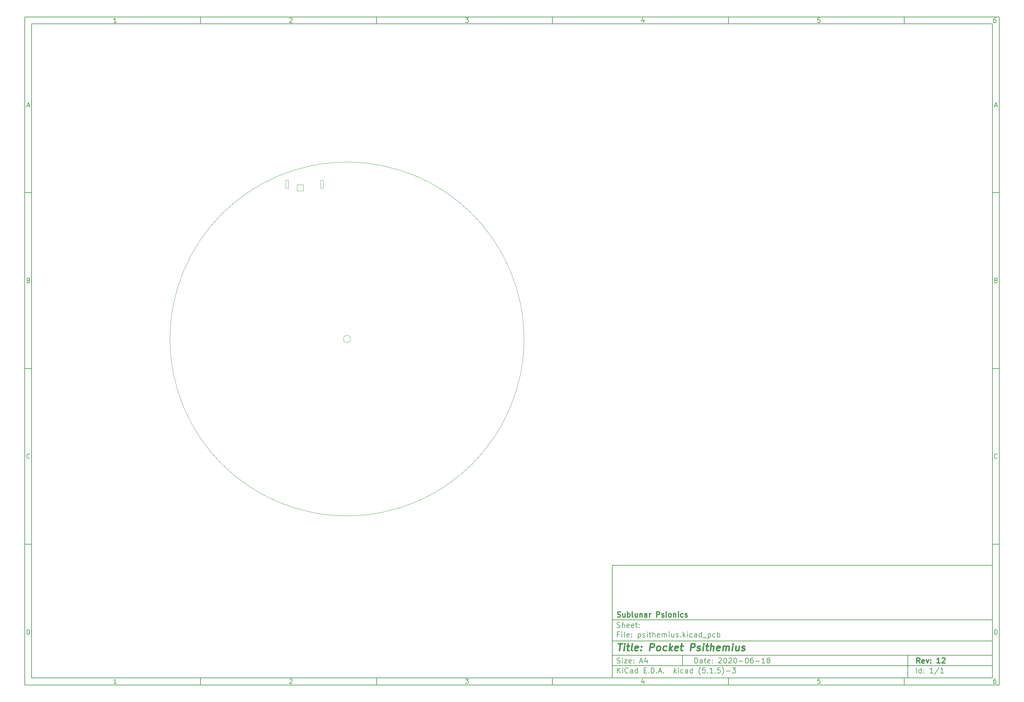
<source format=gbr>
G04 #@! TF.GenerationSoftware,KiCad,Pcbnew,(5.1.5)-3*
G04 #@! TF.CreationDate,2020-06-18T20:32:11+02:00*
G04 #@! TF.ProjectId,psithemius,70736974-6865-46d6-9975-732e6b696361,12*
G04 #@! TF.SameCoordinates,Original*
G04 #@! TF.FileFunction,Profile,NP*
%FSLAX46Y46*%
G04 Gerber Fmt 4.6, Leading zero omitted, Abs format (unit mm)*
G04 Created by KiCad (PCBNEW (5.1.5)-3) date 2020-06-18 20:32:11*
%MOMM*%
%LPD*%
G04 APERTURE LIST*
%ADD10C,0.100000*%
%ADD11C,0.150000*%
%ADD12C,0.300000*%
%ADD13C,0.400000*%
%ADD14C,0.050000*%
G04 APERTURE END LIST*
D10*
D11*
X177002200Y-166007200D02*
X177002200Y-198007200D01*
X285002200Y-198007200D01*
X285002200Y-166007200D01*
X177002200Y-166007200D01*
D10*
D11*
X10000000Y-10000000D02*
X10000000Y-200007200D01*
X287002200Y-200007200D01*
X287002200Y-10000000D01*
X10000000Y-10000000D01*
D10*
D11*
X12000000Y-12000000D02*
X12000000Y-198007200D01*
X285002200Y-198007200D01*
X285002200Y-12000000D01*
X12000000Y-12000000D01*
D10*
D11*
X60000000Y-12000000D02*
X60000000Y-10000000D01*
D10*
D11*
X110000000Y-12000000D02*
X110000000Y-10000000D01*
D10*
D11*
X160000000Y-12000000D02*
X160000000Y-10000000D01*
D10*
D11*
X210000000Y-12000000D02*
X210000000Y-10000000D01*
D10*
D11*
X260000000Y-12000000D02*
X260000000Y-10000000D01*
D10*
D11*
X36065476Y-11588095D02*
X35322619Y-11588095D01*
X35694047Y-11588095D02*
X35694047Y-10288095D01*
X35570238Y-10473809D01*
X35446428Y-10597619D01*
X35322619Y-10659523D01*
D10*
D11*
X85322619Y-10411904D02*
X85384523Y-10350000D01*
X85508333Y-10288095D01*
X85817857Y-10288095D01*
X85941666Y-10350000D01*
X86003571Y-10411904D01*
X86065476Y-10535714D01*
X86065476Y-10659523D01*
X86003571Y-10845238D01*
X85260714Y-11588095D01*
X86065476Y-11588095D01*
D10*
D11*
X135260714Y-10288095D02*
X136065476Y-10288095D01*
X135632142Y-10783333D01*
X135817857Y-10783333D01*
X135941666Y-10845238D01*
X136003571Y-10907142D01*
X136065476Y-11030952D01*
X136065476Y-11340476D01*
X136003571Y-11464285D01*
X135941666Y-11526190D01*
X135817857Y-11588095D01*
X135446428Y-11588095D01*
X135322619Y-11526190D01*
X135260714Y-11464285D01*
D10*
D11*
X185941666Y-10721428D02*
X185941666Y-11588095D01*
X185632142Y-10226190D02*
X185322619Y-11154761D01*
X186127380Y-11154761D01*
D10*
D11*
X236003571Y-10288095D02*
X235384523Y-10288095D01*
X235322619Y-10907142D01*
X235384523Y-10845238D01*
X235508333Y-10783333D01*
X235817857Y-10783333D01*
X235941666Y-10845238D01*
X236003571Y-10907142D01*
X236065476Y-11030952D01*
X236065476Y-11340476D01*
X236003571Y-11464285D01*
X235941666Y-11526190D01*
X235817857Y-11588095D01*
X235508333Y-11588095D01*
X235384523Y-11526190D01*
X235322619Y-11464285D01*
D10*
D11*
X285941666Y-10288095D02*
X285694047Y-10288095D01*
X285570238Y-10350000D01*
X285508333Y-10411904D01*
X285384523Y-10597619D01*
X285322619Y-10845238D01*
X285322619Y-11340476D01*
X285384523Y-11464285D01*
X285446428Y-11526190D01*
X285570238Y-11588095D01*
X285817857Y-11588095D01*
X285941666Y-11526190D01*
X286003571Y-11464285D01*
X286065476Y-11340476D01*
X286065476Y-11030952D01*
X286003571Y-10907142D01*
X285941666Y-10845238D01*
X285817857Y-10783333D01*
X285570238Y-10783333D01*
X285446428Y-10845238D01*
X285384523Y-10907142D01*
X285322619Y-11030952D01*
D10*
D11*
X60000000Y-198007200D02*
X60000000Y-200007200D01*
D10*
D11*
X110000000Y-198007200D02*
X110000000Y-200007200D01*
D10*
D11*
X160000000Y-198007200D02*
X160000000Y-200007200D01*
D10*
D11*
X210000000Y-198007200D02*
X210000000Y-200007200D01*
D10*
D11*
X260000000Y-198007200D02*
X260000000Y-200007200D01*
D10*
D11*
X36065476Y-199595295D02*
X35322619Y-199595295D01*
X35694047Y-199595295D02*
X35694047Y-198295295D01*
X35570238Y-198481009D01*
X35446428Y-198604819D01*
X35322619Y-198666723D01*
D10*
D11*
X85322619Y-198419104D02*
X85384523Y-198357200D01*
X85508333Y-198295295D01*
X85817857Y-198295295D01*
X85941666Y-198357200D01*
X86003571Y-198419104D01*
X86065476Y-198542914D01*
X86065476Y-198666723D01*
X86003571Y-198852438D01*
X85260714Y-199595295D01*
X86065476Y-199595295D01*
D10*
D11*
X135260714Y-198295295D02*
X136065476Y-198295295D01*
X135632142Y-198790533D01*
X135817857Y-198790533D01*
X135941666Y-198852438D01*
X136003571Y-198914342D01*
X136065476Y-199038152D01*
X136065476Y-199347676D01*
X136003571Y-199471485D01*
X135941666Y-199533390D01*
X135817857Y-199595295D01*
X135446428Y-199595295D01*
X135322619Y-199533390D01*
X135260714Y-199471485D01*
D10*
D11*
X185941666Y-198728628D02*
X185941666Y-199595295D01*
X185632142Y-198233390D02*
X185322619Y-199161961D01*
X186127380Y-199161961D01*
D10*
D11*
X236003571Y-198295295D02*
X235384523Y-198295295D01*
X235322619Y-198914342D01*
X235384523Y-198852438D01*
X235508333Y-198790533D01*
X235817857Y-198790533D01*
X235941666Y-198852438D01*
X236003571Y-198914342D01*
X236065476Y-199038152D01*
X236065476Y-199347676D01*
X236003571Y-199471485D01*
X235941666Y-199533390D01*
X235817857Y-199595295D01*
X235508333Y-199595295D01*
X235384523Y-199533390D01*
X235322619Y-199471485D01*
D10*
D11*
X285941666Y-198295295D02*
X285694047Y-198295295D01*
X285570238Y-198357200D01*
X285508333Y-198419104D01*
X285384523Y-198604819D01*
X285322619Y-198852438D01*
X285322619Y-199347676D01*
X285384523Y-199471485D01*
X285446428Y-199533390D01*
X285570238Y-199595295D01*
X285817857Y-199595295D01*
X285941666Y-199533390D01*
X286003571Y-199471485D01*
X286065476Y-199347676D01*
X286065476Y-199038152D01*
X286003571Y-198914342D01*
X285941666Y-198852438D01*
X285817857Y-198790533D01*
X285570238Y-198790533D01*
X285446428Y-198852438D01*
X285384523Y-198914342D01*
X285322619Y-199038152D01*
D10*
D11*
X10000000Y-60000000D02*
X12000000Y-60000000D01*
D10*
D11*
X10000000Y-110000000D02*
X12000000Y-110000000D01*
D10*
D11*
X10000000Y-160000000D02*
X12000000Y-160000000D01*
D10*
D11*
X10690476Y-35216666D02*
X11309523Y-35216666D01*
X10566666Y-35588095D02*
X11000000Y-34288095D01*
X11433333Y-35588095D01*
D10*
D11*
X11092857Y-84907142D02*
X11278571Y-84969047D01*
X11340476Y-85030952D01*
X11402380Y-85154761D01*
X11402380Y-85340476D01*
X11340476Y-85464285D01*
X11278571Y-85526190D01*
X11154761Y-85588095D01*
X10659523Y-85588095D01*
X10659523Y-84288095D01*
X11092857Y-84288095D01*
X11216666Y-84350000D01*
X11278571Y-84411904D01*
X11340476Y-84535714D01*
X11340476Y-84659523D01*
X11278571Y-84783333D01*
X11216666Y-84845238D01*
X11092857Y-84907142D01*
X10659523Y-84907142D01*
D10*
D11*
X11402380Y-135464285D02*
X11340476Y-135526190D01*
X11154761Y-135588095D01*
X11030952Y-135588095D01*
X10845238Y-135526190D01*
X10721428Y-135402380D01*
X10659523Y-135278571D01*
X10597619Y-135030952D01*
X10597619Y-134845238D01*
X10659523Y-134597619D01*
X10721428Y-134473809D01*
X10845238Y-134350000D01*
X11030952Y-134288095D01*
X11154761Y-134288095D01*
X11340476Y-134350000D01*
X11402380Y-134411904D01*
D10*
D11*
X10659523Y-185588095D02*
X10659523Y-184288095D01*
X10969047Y-184288095D01*
X11154761Y-184350000D01*
X11278571Y-184473809D01*
X11340476Y-184597619D01*
X11402380Y-184845238D01*
X11402380Y-185030952D01*
X11340476Y-185278571D01*
X11278571Y-185402380D01*
X11154761Y-185526190D01*
X10969047Y-185588095D01*
X10659523Y-185588095D01*
D10*
D11*
X287002200Y-60000000D02*
X285002200Y-60000000D01*
D10*
D11*
X287002200Y-110000000D02*
X285002200Y-110000000D01*
D10*
D11*
X287002200Y-160000000D02*
X285002200Y-160000000D01*
D10*
D11*
X285692676Y-35216666D02*
X286311723Y-35216666D01*
X285568866Y-35588095D02*
X286002200Y-34288095D01*
X286435533Y-35588095D01*
D10*
D11*
X286095057Y-84907142D02*
X286280771Y-84969047D01*
X286342676Y-85030952D01*
X286404580Y-85154761D01*
X286404580Y-85340476D01*
X286342676Y-85464285D01*
X286280771Y-85526190D01*
X286156961Y-85588095D01*
X285661723Y-85588095D01*
X285661723Y-84288095D01*
X286095057Y-84288095D01*
X286218866Y-84350000D01*
X286280771Y-84411904D01*
X286342676Y-84535714D01*
X286342676Y-84659523D01*
X286280771Y-84783333D01*
X286218866Y-84845238D01*
X286095057Y-84907142D01*
X285661723Y-84907142D01*
D10*
D11*
X286404580Y-135464285D02*
X286342676Y-135526190D01*
X286156961Y-135588095D01*
X286033152Y-135588095D01*
X285847438Y-135526190D01*
X285723628Y-135402380D01*
X285661723Y-135278571D01*
X285599819Y-135030952D01*
X285599819Y-134845238D01*
X285661723Y-134597619D01*
X285723628Y-134473809D01*
X285847438Y-134350000D01*
X286033152Y-134288095D01*
X286156961Y-134288095D01*
X286342676Y-134350000D01*
X286404580Y-134411904D01*
D10*
D11*
X285661723Y-185588095D02*
X285661723Y-184288095D01*
X285971247Y-184288095D01*
X286156961Y-184350000D01*
X286280771Y-184473809D01*
X286342676Y-184597619D01*
X286404580Y-184845238D01*
X286404580Y-185030952D01*
X286342676Y-185278571D01*
X286280771Y-185402380D01*
X286156961Y-185526190D01*
X285971247Y-185588095D01*
X285661723Y-185588095D01*
D10*
D11*
X200434342Y-193785771D02*
X200434342Y-192285771D01*
X200791485Y-192285771D01*
X201005771Y-192357200D01*
X201148628Y-192500057D01*
X201220057Y-192642914D01*
X201291485Y-192928628D01*
X201291485Y-193142914D01*
X201220057Y-193428628D01*
X201148628Y-193571485D01*
X201005771Y-193714342D01*
X200791485Y-193785771D01*
X200434342Y-193785771D01*
X202577200Y-193785771D02*
X202577200Y-193000057D01*
X202505771Y-192857200D01*
X202362914Y-192785771D01*
X202077200Y-192785771D01*
X201934342Y-192857200D01*
X202577200Y-193714342D02*
X202434342Y-193785771D01*
X202077200Y-193785771D01*
X201934342Y-193714342D01*
X201862914Y-193571485D01*
X201862914Y-193428628D01*
X201934342Y-193285771D01*
X202077200Y-193214342D01*
X202434342Y-193214342D01*
X202577200Y-193142914D01*
X203077200Y-192785771D02*
X203648628Y-192785771D01*
X203291485Y-192285771D02*
X203291485Y-193571485D01*
X203362914Y-193714342D01*
X203505771Y-193785771D01*
X203648628Y-193785771D01*
X204720057Y-193714342D02*
X204577200Y-193785771D01*
X204291485Y-193785771D01*
X204148628Y-193714342D01*
X204077200Y-193571485D01*
X204077200Y-193000057D01*
X204148628Y-192857200D01*
X204291485Y-192785771D01*
X204577200Y-192785771D01*
X204720057Y-192857200D01*
X204791485Y-193000057D01*
X204791485Y-193142914D01*
X204077200Y-193285771D01*
X205434342Y-193642914D02*
X205505771Y-193714342D01*
X205434342Y-193785771D01*
X205362914Y-193714342D01*
X205434342Y-193642914D01*
X205434342Y-193785771D01*
X205434342Y-192857200D02*
X205505771Y-192928628D01*
X205434342Y-193000057D01*
X205362914Y-192928628D01*
X205434342Y-192857200D01*
X205434342Y-193000057D01*
X207220057Y-192428628D02*
X207291485Y-192357200D01*
X207434342Y-192285771D01*
X207791485Y-192285771D01*
X207934342Y-192357200D01*
X208005771Y-192428628D01*
X208077200Y-192571485D01*
X208077200Y-192714342D01*
X208005771Y-192928628D01*
X207148628Y-193785771D01*
X208077200Y-193785771D01*
X209005771Y-192285771D02*
X209148628Y-192285771D01*
X209291485Y-192357200D01*
X209362914Y-192428628D01*
X209434342Y-192571485D01*
X209505771Y-192857200D01*
X209505771Y-193214342D01*
X209434342Y-193500057D01*
X209362914Y-193642914D01*
X209291485Y-193714342D01*
X209148628Y-193785771D01*
X209005771Y-193785771D01*
X208862914Y-193714342D01*
X208791485Y-193642914D01*
X208720057Y-193500057D01*
X208648628Y-193214342D01*
X208648628Y-192857200D01*
X208720057Y-192571485D01*
X208791485Y-192428628D01*
X208862914Y-192357200D01*
X209005771Y-192285771D01*
X210077200Y-192428628D02*
X210148628Y-192357200D01*
X210291485Y-192285771D01*
X210648628Y-192285771D01*
X210791485Y-192357200D01*
X210862914Y-192428628D01*
X210934342Y-192571485D01*
X210934342Y-192714342D01*
X210862914Y-192928628D01*
X210005771Y-193785771D01*
X210934342Y-193785771D01*
X211862914Y-192285771D02*
X212005771Y-192285771D01*
X212148628Y-192357200D01*
X212220057Y-192428628D01*
X212291485Y-192571485D01*
X212362914Y-192857200D01*
X212362914Y-193214342D01*
X212291485Y-193500057D01*
X212220057Y-193642914D01*
X212148628Y-193714342D01*
X212005771Y-193785771D01*
X211862914Y-193785771D01*
X211720057Y-193714342D01*
X211648628Y-193642914D01*
X211577200Y-193500057D01*
X211505771Y-193214342D01*
X211505771Y-192857200D01*
X211577200Y-192571485D01*
X211648628Y-192428628D01*
X211720057Y-192357200D01*
X211862914Y-192285771D01*
X213005771Y-193214342D02*
X214148628Y-193214342D01*
X215148628Y-192285771D02*
X215291485Y-192285771D01*
X215434342Y-192357200D01*
X215505771Y-192428628D01*
X215577200Y-192571485D01*
X215648628Y-192857200D01*
X215648628Y-193214342D01*
X215577200Y-193500057D01*
X215505771Y-193642914D01*
X215434342Y-193714342D01*
X215291485Y-193785771D01*
X215148628Y-193785771D01*
X215005771Y-193714342D01*
X214934342Y-193642914D01*
X214862914Y-193500057D01*
X214791485Y-193214342D01*
X214791485Y-192857200D01*
X214862914Y-192571485D01*
X214934342Y-192428628D01*
X215005771Y-192357200D01*
X215148628Y-192285771D01*
X216934342Y-192285771D02*
X216648628Y-192285771D01*
X216505771Y-192357200D01*
X216434342Y-192428628D01*
X216291485Y-192642914D01*
X216220057Y-192928628D01*
X216220057Y-193500057D01*
X216291485Y-193642914D01*
X216362914Y-193714342D01*
X216505771Y-193785771D01*
X216791485Y-193785771D01*
X216934342Y-193714342D01*
X217005771Y-193642914D01*
X217077200Y-193500057D01*
X217077200Y-193142914D01*
X217005771Y-193000057D01*
X216934342Y-192928628D01*
X216791485Y-192857200D01*
X216505771Y-192857200D01*
X216362914Y-192928628D01*
X216291485Y-193000057D01*
X216220057Y-193142914D01*
X217720057Y-193214342D02*
X218862914Y-193214342D01*
X220362914Y-193785771D02*
X219505771Y-193785771D01*
X219934342Y-193785771D02*
X219934342Y-192285771D01*
X219791485Y-192500057D01*
X219648628Y-192642914D01*
X219505771Y-192714342D01*
X221220057Y-192928628D02*
X221077200Y-192857200D01*
X221005771Y-192785771D01*
X220934342Y-192642914D01*
X220934342Y-192571485D01*
X221005771Y-192428628D01*
X221077200Y-192357200D01*
X221220057Y-192285771D01*
X221505771Y-192285771D01*
X221648628Y-192357200D01*
X221720057Y-192428628D01*
X221791485Y-192571485D01*
X221791485Y-192642914D01*
X221720057Y-192785771D01*
X221648628Y-192857200D01*
X221505771Y-192928628D01*
X221220057Y-192928628D01*
X221077200Y-193000057D01*
X221005771Y-193071485D01*
X220934342Y-193214342D01*
X220934342Y-193500057D01*
X221005771Y-193642914D01*
X221077200Y-193714342D01*
X221220057Y-193785771D01*
X221505771Y-193785771D01*
X221648628Y-193714342D01*
X221720057Y-193642914D01*
X221791485Y-193500057D01*
X221791485Y-193214342D01*
X221720057Y-193071485D01*
X221648628Y-193000057D01*
X221505771Y-192928628D01*
D10*
D11*
X177002200Y-194507200D02*
X285002200Y-194507200D01*
D10*
D11*
X178434342Y-196585771D02*
X178434342Y-195085771D01*
X179291485Y-196585771D02*
X178648628Y-195728628D01*
X179291485Y-195085771D02*
X178434342Y-195942914D01*
X179934342Y-196585771D02*
X179934342Y-195585771D01*
X179934342Y-195085771D02*
X179862914Y-195157200D01*
X179934342Y-195228628D01*
X180005771Y-195157200D01*
X179934342Y-195085771D01*
X179934342Y-195228628D01*
X181505771Y-196442914D02*
X181434342Y-196514342D01*
X181220057Y-196585771D01*
X181077200Y-196585771D01*
X180862914Y-196514342D01*
X180720057Y-196371485D01*
X180648628Y-196228628D01*
X180577200Y-195942914D01*
X180577200Y-195728628D01*
X180648628Y-195442914D01*
X180720057Y-195300057D01*
X180862914Y-195157200D01*
X181077200Y-195085771D01*
X181220057Y-195085771D01*
X181434342Y-195157200D01*
X181505771Y-195228628D01*
X182791485Y-196585771D02*
X182791485Y-195800057D01*
X182720057Y-195657200D01*
X182577200Y-195585771D01*
X182291485Y-195585771D01*
X182148628Y-195657200D01*
X182791485Y-196514342D02*
X182648628Y-196585771D01*
X182291485Y-196585771D01*
X182148628Y-196514342D01*
X182077200Y-196371485D01*
X182077200Y-196228628D01*
X182148628Y-196085771D01*
X182291485Y-196014342D01*
X182648628Y-196014342D01*
X182791485Y-195942914D01*
X184148628Y-196585771D02*
X184148628Y-195085771D01*
X184148628Y-196514342D02*
X184005771Y-196585771D01*
X183720057Y-196585771D01*
X183577200Y-196514342D01*
X183505771Y-196442914D01*
X183434342Y-196300057D01*
X183434342Y-195871485D01*
X183505771Y-195728628D01*
X183577200Y-195657200D01*
X183720057Y-195585771D01*
X184005771Y-195585771D01*
X184148628Y-195657200D01*
X186005771Y-195800057D02*
X186505771Y-195800057D01*
X186720057Y-196585771D02*
X186005771Y-196585771D01*
X186005771Y-195085771D01*
X186720057Y-195085771D01*
X187362914Y-196442914D02*
X187434342Y-196514342D01*
X187362914Y-196585771D01*
X187291485Y-196514342D01*
X187362914Y-196442914D01*
X187362914Y-196585771D01*
X188077200Y-196585771D02*
X188077200Y-195085771D01*
X188434342Y-195085771D01*
X188648628Y-195157200D01*
X188791485Y-195300057D01*
X188862914Y-195442914D01*
X188934342Y-195728628D01*
X188934342Y-195942914D01*
X188862914Y-196228628D01*
X188791485Y-196371485D01*
X188648628Y-196514342D01*
X188434342Y-196585771D01*
X188077200Y-196585771D01*
X189577200Y-196442914D02*
X189648628Y-196514342D01*
X189577200Y-196585771D01*
X189505771Y-196514342D01*
X189577200Y-196442914D01*
X189577200Y-196585771D01*
X190220057Y-196157200D02*
X190934342Y-196157200D01*
X190077200Y-196585771D02*
X190577200Y-195085771D01*
X191077200Y-196585771D01*
X191577200Y-196442914D02*
X191648628Y-196514342D01*
X191577200Y-196585771D01*
X191505771Y-196514342D01*
X191577200Y-196442914D01*
X191577200Y-196585771D01*
X194577200Y-196585771D02*
X194577200Y-195085771D01*
X194720057Y-196014342D02*
X195148628Y-196585771D01*
X195148628Y-195585771D02*
X194577200Y-196157200D01*
X195791485Y-196585771D02*
X195791485Y-195585771D01*
X195791485Y-195085771D02*
X195720057Y-195157200D01*
X195791485Y-195228628D01*
X195862914Y-195157200D01*
X195791485Y-195085771D01*
X195791485Y-195228628D01*
X197148628Y-196514342D02*
X197005771Y-196585771D01*
X196720057Y-196585771D01*
X196577200Y-196514342D01*
X196505771Y-196442914D01*
X196434342Y-196300057D01*
X196434342Y-195871485D01*
X196505771Y-195728628D01*
X196577200Y-195657200D01*
X196720057Y-195585771D01*
X197005771Y-195585771D01*
X197148628Y-195657200D01*
X198434342Y-196585771D02*
X198434342Y-195800057D01*
X198362914Y-195657200D01*
X198220057Y-195585771D01*
X197934342Y-195585771D01*
X197791485Y-195657200D01*
X198434342Y-196514342D02*
X198291485Y-196585771D01*
X197934342Y-196585771D01*
X197791485Y-196514342D01*
X197720057Y-196371485D01*
X197720057Y-196228628D01*
X197791485Y-196085771D01*
X197934342Y-196014342D01*
X198291485Y-196014342D01*
X198434342Y-195942914D01*
X199791485Y-196585771D02*
X199791485Y-195085771D01*
X199791485Y-196514342D02*
X199648628Y-196585771D01*
X199362914Y-196585771D01*
X199220057Y-196514342D01*
X199148628Y-196442914D01*
X199077200Y-196300057D01*
X199077200Y-195871485D01*
X199148628Y-195728628D01*
X199220057Y-195657200D01*
X199362914Y-195585771D01*
X199648628Y-195585771D01*
X199791485Y-195657200D01*
X202077200Y-197157200D02*
X202005771Y-197085771D01*
X201862914Y-196871485D01*
X201791485Y-196728628D01*
X201720057Y-196514342D01*
X201648628Y-196157200D01*
X201648628Y-195871485D01*
X201720057Y-195514342D01*
X201791485Y-195300057D01*
X201862914Y-195157200D01*
X202005771Y-194942914D01*
X202077200Y-194871485D01*
X203362914Y-195085771D02*
X202648628Y-195085771D01*
X202577200Y-195800057D01*
X202648628Y-195728628D01*
X202791485Y-195657200D01*
X203148628Y-195657200D01*
X203291485Y-195728628D01*
X203362914Y-195800057D01*
X203434342Y-195942914D01*
X203434342Y-196300057D01*
X203362914Y-196442914D01*
X203291485Y-196514342D01*
X203148628Y-196585771D01*
X202791485Y-196585771D01*
X202648628Y-196514342D01*
X202577200Y-196442914D01*
X204077200Y-196442914D02*
X204148628Y-196514342D01*
X204077200Y-196585771D01*
X204005771Y-196514342D01*
X204077200Y-196442914D01*
X204077200Y-196585771D01*
X205577200Y-196585771D02*
X204720057Y-196585771D01*
X205148628Y-196585771D02*
X205148628Y-195085771D01*
X205005771Y-195300057D01*
X204862914Y-195442914D01*
X204720057Y-195514342D01*
X206220057Y-196442914D02*
X206291485Y-196514342D01*
X206220057Y-196585771D01*
X206148628Y-196514342D01*
X206220057Y-196442914D01*
X206220057Y-196585771D01*
X207648628Y-195085771D02*
X206934342Y-195085771D01*
X206862914Y-195800057D01*
X206934342Y-195728628D01*
X207077200Y-195657200D01*
X207434342Y-195657200D01*
X207577200Y-195728628D01*
X207648628Y-195800057D01*
X207720057Y-195942914D01*
X207720057Y-196300057D01*
X207648628Y-196442914D01*
X207577200Y-196514342D01*
X207434342Y-196585771D01*
X207077200Y-196585771D01*
X206934342Y-196514342D01*
X206862914Y-196442914D01*
X208220057Y-197157200D02*
X208291485Y-197085771D01*
X208434342Y-196871485D01*
X208505771Y-196728628D01*
X208577200Y-196514342D01*
X208648628Y-196157200D01*
X208648628Y-195871485D01*
X208577200Y-195514342D01*
X208505771Y-195300057D01*
X208434342Y-195157200D01*
X208291485Y-194942914D01*
X208220057Y-194871485D01*
X209362914Y-196014342D02*
X210505771Y-196014342D01*
X211077200Y-195085771D02*
X212005771Y-195085771D01*
X211505771Y-195657200D01*
X211720057Y-195657200D01*
X211862914Y-195728628D01*
X211934342Y-195800057D01*
X212005771Y-195942914D01*
X212005771Y-196300057D01*
X211934342Y-196442914D01*
X211862914Y-196514342D01*
X211720057Y-196585771D01*
X211291485Y-196585771D01*
X211148628Y-196514342D01*
X211077200Y-196442914D01*
D10*
D11*
X177002200Y-191507200D02*
X285002200Y-191507200D01*
D10*
D12*
X264411485Y-193785771D02*
X263911485Y-193071485D01*
X263554342Y-193785771D02*
X263554342Y-192285771D01*
X264125771Y-192285771D01*
X264268628Y-192357200D01*
X264340057Y-192428628D01*
X264411485Y-192571485D01*
X264411485Y-192785771D01*
X264340057Y-192928628D01*
X264268628Y-193000057D01*
X264125771Y-193071485D01*
X263554342Y-193071485D01*
X265625771Y-193714342D02*
X265482914Y-193785771D01*
X265197200Y-193785771D01*
X265054342Y-193714342D01*
X264982914Y-193571485D01*
X264982914Y-193000057D01*
X265054342Y-192857200D01*
X265197200Y-192785771D01*
X265482914Y-192785771D01*
X265625771Y-192857200D01*
X265697200Y-193000057D01*
X265697200Y-193142914D01*
X264982914Y-193285771D01*
X266197200Y-192785771D02*
X266554342Y-193785771D01*
X266911485Y-192785771D01*
X267482914Y-193642914D02*
X267554342Y-193714342D01*
X267482914Y-193785771D01*
X267411485Y-193714342D01*
X267482914Y-193642914D01*
X267482914Y-193785771D01*
X267482914Y-192857200D02*
X267554342Y-192928628D01*
X267482914Y-193000057D01*
X267411485Y-192928628D01*
X267482914Y-192857200D01*
X267482914Y-193000057D01*
X270125771Y-193785771D02*
X269268628Y-193785771D01*
X269697200Y-193785771D02*
X269697200Y-192285771D01*
X269554342Y-192500057D01*
X269411485Y-192642914D01*
X269268628Y-192714342D01*
X270697200Y-192428628D02*
X270768628Y-192357200D01*
X270911485Y-192285771D01*
X271268628Y-192285771D01*
X271411485Y-192357200D01*
X271482914Y-192428628D01*
X271554342Y-192571485D01*
X271554342Y-192714342D01*
X271482914Y-192928628D01*
X270625771Y-193785771D01*
X271554342Y-193785771D01*
D10*
D11*
X178362914Y-193714342D02*
X178577200Y-193785771D01*
X178934342Y-193785771D01*
X179077200Y-193714342D01*
X179148628Y-193642914D01*
X179220057Y-193500057D01*
X179220057Y-193357200D01*
X179148628Y-193214342D01*
X179077200Y-193142914D01*
X178934342Y-193071485D01*
X178648628Y-193000057D01*
X178505771Y-192928628D01*
X178434342Y-192857200D01*
X178362914Y-192714342D01*
X178362914Y-192571485D01*
X178434342Y-192428628D01*
X178505771Y-192357200D01*
X178648628Y-192285771D01*
X179005771Y-192285771D01*
X179220057Y-192357200D01*
X179862914Y-193785771D02*
X179862914Y-192785771D01*
X179862914Y-192285771D02*
X179791485Y-192357200D01*
X179862914Y-192428628D01*
X179934342Y-192357200D01*
X179862914Y-192285771D01*
X179862914Y-192428628D01*
X180434342Y-192785771D02*
X181220057Y-192785771D01*
X180434342Y-193785771D01*
X181220057Y-193785771D01*
X182362914Y-193714342D02*
X182220057Y-193785771D01*
X181934342Y-193785771D01*
X181791485Y-193714342D01*
X181720057Y-193571485D01*
X181720057Y-193000057D01*
X181791485Y-192857200D01*
X181934342Y-192785771D01*
X182220057Y-192785771D01*
X182362914Y-192857200D01*
X182434342Y-193000057D01*
X182434342Y-193142914D01*
X181720057Y-193285771D01*
X183077200Y-193642914D02*
X183148628Y-193714342D01*
X183077200Y-193785771D01*
X183005771Y-193714342D01*
X183077200Y-193642914D01*
X183077200Y-193785771D01*
X183077200Y-192857200D02*
X183148628Y-192928628D01*
X183077200Y-193000057D01*
X183005771Y-192928628D01*
X183077200Y-192857200D01*
X183077200Y-193000057D01*
X184862914Y-193357200D02*
X185577200Y-193357200D01*
X184720057Y-193785771D02*
X185220057Y-192285771D01*
X185720057Y-193785771D01*
X186862914Y-192785771D02*
X186862914Y-193785771D01*
X186505771Y-192214342D02*
X186148628Y-193285771D01*
X187077200Y-193285771D01*
D10*
D11*
X263434342Y-196585771D02*
X263434342Y-195085771D01*
X264791485Y-196585771D02*
X264791485Y-195085771D01*
X264791485Y-196514342D02*
X264648628Y-196585771D01*
X264362914Y-196585771D01*
X264220057Y-196514342D01*
X264148628Y-196442914D01*
X264077200Y-196300057D01*
X264077200Y-195871485D01*
X264148628Y-195728628D01*
X264220057Y-195657200D01*
X264362914Y-195585771D01*
X264648628Y-195585771D01*
X264791485Y-195657200D01*
X265505771Y-196442914D02*
X265577200Y-196514342D01*
X265505771Y-196585771D01*
X265434342Y-196514342D01*
X265505771Y-196442914D01*
X265505771Y-196585771D01*
X265505771Y-195657200D02*
X265577200Y-195728628D01*
X265505771Y-195800057D01*
X265434342Y-195728628D01*
X265505771Y-195657200D01*
X265505771Y-195800057D01*
X268148628Y-196585771D02*
X267291485Y-196585771D01*
X267720057Y-196585771D02*
X267720057Y-195085771D01*
X267577200Y-195300057D01*
X267434342Y-195442914D01*
X267291485Y-195514342D01*
X269862914Y-195014342D02*
X268577200Y-196942914D01*
X271148628Y-196585771D02*
X270291485Y-196585771D01*
X270720057Y-196585771D02*
X270720057Y-195085771D01*
X270577200Y-195300057D01*
X270434342Y-195442914D01*
X270291485Y-195514342D01*
D10*
D11*
X177002200Y-187507200D02*
X285002200Y-187507200D01*
D10*
D13*
X178714580Y-188211961D02*
X179857438Y-188211961D01*
X179036009Y-190211961D02*
X179286009Y-188211961D01*
X180274104Y-190211961D02*
X180440771Y-188878628D01*
X180524104Y-188211961D02*
X180416961Y-188307200D01*
X180500295Y-188402438D01*
X180607438Y-188307200D01*
X180524104Y-188211961D01*
X180500295Y-188402438D01*
X181107438Y-188878628D02*
X181869342Y-188878628D01*
X181476485Y-188211961D02*
X181262200Y-189926247D01*
X181333628Y-190116723D01*
X181512200Y-190211961D01*
X181702676Y-190211961D01*
X182655057Y-190211961D02*
X182476485Y-190116723D01*
X182405057Y-189926247D01*
X182619342Y-188211961D01*
X184190771Y-190116723D02*
X183988390Y-190211961D01*
X183607438Y-190211961D01*
X183428866Y-190116723D01*
X183357438Y-189926247D01*
X183452676Y-189164342D01*
X183571723Y-188973866D01*
X183774104Y-188878628D01*
X184155057Y-188878628D01*
X184333628Y-188973866D01*
X184405057Y-189164342D01*
X184381247Y-189354819D01*
X183405057Y-189545295D01*
X185155057Y-190021485D02*
X185238390Y-190116723D01*
X185131247Y-190211961D01*
X185047914Y-190116723D01*
X185155057Y-190021485D01*
X185131247Y-190211961D01*
X185286009Y-188973866D02*
X185369342Y-189069104D01*
X185262200Y-189164342D01*
X185178866Y-189069104D01*
X185286009Y-188973866D01*
X185262200Y-189164342D01*
X187607438Y-190211961D02*
X187857438Y-188211961D01*
X188619342Y-188211961D01*
X188797914Y-188307200D01*
X188881247Y-188402438D01*
X188952676Y-188592914D01*
X188916961Y-188878628D01*
X188797914Y-189069104D01*
X188690771Y-189164342D01*
X188488390Y-189259580D01*
X187726485Y-189259580D01*
X189893152Y-190211961D02*
X189714580Y-190116723D01*
X189631247Y-190021485D01*
X189559819Y-189831009D01*
X189631247Y-189259580D01*
X189750295Y-189069104D01*
X189857438Y-188973866D01*
X190059819Y-188878628D01*
X190345533Y-188878628D01*
X190524104Y-188973866D01*
X190607438Y-189069104D01*
X190678866Y-189259580D01*
X190607438Y-189831009D01*
X190488390Y-190021485D01*
X190381247Y-190116723D01*
X190178866Y-190211961D01*
X189893152Y-190211961D01*
X192286009Y-190116723D02*
X192083628Y-190211961D01*
X191702676Y-190211961D01*
X191524104Y-190116723D01*
X191440771Y-190021485D01*
X191369342Y-189831009D01*
X191440771Y-189259580D01*
X191559819Y-189069104D01*
X191666961Y-188973866D01*
X191869342Y-188878628D01*
X192250295Y-188878628D01*
X192428866Y-188973866D01*
X193131247Y-190211961D02*
X193381247Y-188211961D01*
X193416961Y-189450057D02*
X193893152Y-190211961D01*
X194059819Y-188878628D02*
X193202676Y-189640533D01*
X195524104Y-190116723D02*
X195321723Y-190211961D01*
X194940771Y-190211961D01*
X194762200Y-190116723D01*
X194690771Y-189926247D01*
X194786009Y-189164342D01*
X194905057Y-188973866D01*
X195107438Y-188878628D01*
X195488390Y-188878628D01*
X195666961Y-188973866D01*
X195738390Y-189164342D01*
X195714580Y-189354819D01*
X194738390Y-189545295D01*
X196345533Y-188878628D02*
X197107438Y-188878628D01*
X196714580Y-188211961D02*
X196500295Y-189926247D01*
X196571723Y-190116723D01*
X196750295Y-190211961D01*
X196940771Y-190211961D01*
X199131247Y-190211961D02*
X199381247Y-188211961D01*
X200143152Y-188211961D01*
X200321723Y-188307200D01*
X200405057Y-188402438D01*
X200476485Y-188592914D01*
X200440771Y-188878628D01*
X200321723Y-189069104D01*
X200214580Y-189164342D01*
X200012200Y-189259580D01*
X199250295Y-189259580D01*
X201047914Y-190116723D02*
X201226485Y-190211961D01*
X201607438Y-190211961D01*
X201809819Y-190116723D01*
X201928866Y-189926247D01*
X201940771Y-189831009D01*
X201869342Y-189640533D01*
X201690771Y-189545295D01*
X201405057Y-189545295D01*
X201226485Y-189450057D01*
X201155057Y-189259580D01*
X201166961Y-189164342D01*
X201286009Y-188973866D01*
X201488390Y-188878628D01*
X201774104Y-188878628D01*
X201952676Y-188973866D01*
X202750295Y-190211961D02*
X202916961Y-188878628D01*
X203000295Y-188211961D02*
X202893152Y-188307200D01*
X202976485Y-188402438D01*
X203083628Y-188307200D01*
X203000295Y-188211961D01*
X202976485Y-188402438D01*
X203583628Y-188878628D02*
X204345533Y-188878628D01*
X203952676Y-188211961D02*
X203738390Y-189926247D01*
X203809819Y-190116723D01*
X203988390Y-190211961D01*
X204178866Y-190211961D01*
X204845533Y-190211961D02*
X205095533Y-188211961D01*
X205702676Y-190211961D02*
X205833628Y-189164342D01*
X205762200Y-188973866D01*
X205583628Y-188878628D01*
X205297914Y-188878628D01*
X205095533Y-188973866D01*
X204988390Y-189069104D01*
X207428866Y-190116723D02*
X207226485Y-190211961D01*
X206845533Y-190211961D01*
X206666961Y-190116723D01*
X206595533Y-189926247D01*
X206690771Y-189164342D01*
X206809819Y-188973866D01*
X207012200Y-188878628D01*
X207393152Y-188878628D01*
X207571723Y-188973866D01*
X207643152Y-189164342D01*
X207619342Y-189354819D01*
X206643152Y-189545295D01*
X208369342Y-190211961D02*
X208536009Y-188878628D01*
X208512200Y-189069104D02*
X208619342Y-188973866D01*
X208821723Y-188878628D01*
X209107438Y-188878628D01*
X209286009Y-188973866D01*
X209357438Y-189164342D01*
X209226485Y-190211961D01*
X209357438Y-189164342D02*
X209476485Y-188973866D01*
X209678866Y-188878628D01*
X209964580Y-188878628D01*
X210143152Y-188973866D01*
X210214580Y-189164342D01*
X210083628Y-190211961D01*
X211036009Y-190211961D02*
X211202676Y-188878628D01*
X211286009Y-188211961D02*
X211178866Y-188307200D01*
X211262200Y-188402438D01*
X211369342Y-188307200D01*
X211286009Y-188211961D01*
X211262200Y-188402438D01*
X213012200Y-188878628D02*
X212845533Y-190211961D01*
X212155057Y-188878628D02*
X212024104Y-189926247D01*
X212095533Y-190116723D01*
X212274104Y-190211961D01*
X212559819Y-190211961D01*
X212762200Y-190116723D01*
X212869342Y-190021485D01*
X213714580Y-190116723D02*
X213893152Y-190211961D01*
X214274104Y-190211961D01*
X214476485Y-190116723D01*
X214595533Y-189926247D01*
X214607438Y-189831009D01*
X214536009Y-189640533D01*
X214357438Y-189545295D01*
X214071723Y-189545295D01*
X213893152Y-189450057D01*
X213821723Y-189259580D01*
X213833628Y-189164342D01*
X213952676Y-188973866D01*
X214155057Y-188878628D01*
X214440771Y-188878628D01*
X214619342Y-188973866D01*
D10*
D11*
X178934342Y-185600057D02*
X178434342Y-185600057D01*
X178434342Y-186385771D02*
X178434342Y-184885771D01*
X179148628Y-184885771D01*
X179720057Y-186385771D02*
X179720057Y-185385771D01*
X179720057Y-184885771D02*
X179648628Y-184957200D01*
X179720057Y-185028628D01*
X179791485Y-184957200D01*
X179720057Y-184885771D01*
X179720057Y-185028628D01*
X180648628Y-186385771D02*
X180505771Y-186314342D01*
X180434342Y-186171485D01*
X180434342Y-184885771D01*
X181791485Y-186314342D02*
X181648628Y-186385771D01*
X181362914Y-186385771D01*
X181220057Y-186314342D01*
X181148628Y-186171485D01*
X181148628Y-185600057D01*
X181220057Y-185457200D01*
X181362914Y-185385771D01*
X181648628Y-185385771D01*
X181791485Y-185457200D01*
X181862914Y-185600057D01*
X181862914Y-185742914D01*
X181148628Y-185885771D01*
X182505771Y-186242914D02*
X182577200Y-186314342D01*
X182505771Y-186385771D01*
X182434342Y-186314342D01*
X182505771Y-186242914D01*
X182505771Y-186385771D01*
X182505771Y-185457200D02*
X182577200Y-185528628D01*
X182505771Y-185600057D01*
X182434342Y-185528628D01*
X182505771Y-185457200D01*
X182505771Y-185600057D01*
X184362914Y-185385771D02*
X184362914Y-186885771D01*
X184362914Y-185457200D02*
X184505771Y-185385771D01*
X184791485Y-185385771D01*
X184934342Y-185457200D01*
X185005771Y-185528628D01*
X185077200Y-185671485D01*
X185077200Y-186100057D01*
X185005771Y-186242914D01*
X184934342Y-186314342D01*
X184791485Y-186385771D01*
X184505771Y-186385771D01*
X184362914Y-186314342D01*
X185648628Y-186314342D02*
X185791485Y-186385771D01*
X186077200Y-186385771D01*
X186220057Y-186314342D01*
X186291485Y-186171485D01*
X186291485Y-186100057D01*
X186220057Y-185957200D01*
X186077200Y-185885771D01*
X185862914Y-185885771D01*
X185720057Y-185814342D01*
X185648628Y-185671485D01*
X185648628Y-185600057D01*
X185720057Y-185457200D01*
X185862914Y-185385771D01*
X186077200Y-185385771D01*
X186220057Y-185457200D01*
X186934342Y-186385771D02*
X186934342Y-185385771D01*
X186934342Y-184885771D02*
X186862914Y-184957200D01*
X186934342Y-185028628D01*
X187005771Y-184957200D01*
X186934342Y-184885771D01*
X186934342Y-185028628D01*
X187434342Y-185385771D02*
X188005771Y-185385771D01*
X187648628Y-184885771D02*
X187648628Y-186171485D01*
X187720057Y-186314342D01*
X187862914Y-186385771D01*
X188005771Y-186385771D01*
X188505771Y-186385771D02*
X188505771Y-184885771D01*
X189148628Y-186385771D02*
X189148628Y-185600057D01*
X189077200Y-185457200D01*
X188934342Y-185385771D01*
X188720057Y-185385771D01*
X188577200Y-185457200D01*
X188505771Y-185528628D01*
X190434342Y-186314342D02*
X190291485Y-186385771D01*
X190005771Y-186385771D01*
X189862914Y-186314342D01*
X189791485Y-186171485D01*
X189791485Y-185600057D01*
X189862914Y-185457200D01*
X190005771Y-185385771D01*
X190291485Y-185385771D01*
X190434342Y-185457200D01*
X190505771Y-185600057D01*
X190505771Y-185742914D01*
X189791485Y-185885771D01*
X191148628Y-186385771D02*
X191148628Y-185385771D01*
X191148628Y-185528628D02*
X191220057Y-185457200D01*
X191362914Y-185385771D01*
X191577200Y-185385771D01*
X191720057Y-185457200D01*
X191791485Y-185600057D01*
X191791485Y-186385771D01*
X191791485Y-185600057D02*
X191862914Y-185457200D01*
X192005771Y-185385771D01*
X192220057Y-185385771D01*
X192362914Y-185457200D01*
X192434342Y-185600057D01*
X192434342Y-186385771D01*
X193148628Y-186385771D02*
X193148628Y-185385771D01*
X193148628Y-184885771D02*
X193077200Y-184957200D01*
X193148628Y-185028628D01*
X193220057Y-184957200D01*
X193148628Y-184885771D01*
X193148628Y-185028628D01*
X194505771Y-185385771D02*
X194505771Y-186385771D01*
X193862914Y-185385771D02*
X193862914Y-186171485D01*
X193934342Y-186314342D01*
X194077200Y-186385771D01*
X194291485Y-186385771D01*
X194434342Y-186314342D01*
X194505771Y-186242914D01*
X195148628Y-186314342D02*
X195291485Y-186385771D01*
X195577200Y-186385771D01*
X195720057Y-186314342D01*
X195791485Y-186171485D01*
X195791485Y-186100057D01*
X195720057Y-185957200D01*
X195577200Y-185885771D01*
X195362914Y-185885771D01*
X195220057Y-185814342D01*
X195148628Y-185671485D01*
X195148628Y-185600057D01*
X195220057Y-185457200D01*
X195362914Y-185385771D01*
X195577200Y-185385771D01*
X195720057Y-185457200D01*
X196434342Y-186242914D02*
X196505771Y-186314342D01*
X196434342Y-186385771D01*
X196362914Y-186314342D01*
X196434342Y-186242914D01*
X196434342Y-186385771D01*
X197148628Y-186385771D02*
X197148628Y-184885771D01*
X197291485Y-185814342D02*
X197720057Y-186385771D01*
X197720057Y-185385771D02*
X197148628Y-185957200D01*
X198362914Y-186385771D02*
X198362914Y-185385771D01*
X198362914Y-184885771D02*
X198291485Y-184957200D01*
X198362914Y-185028628D01*
X198434342Y-184957200D01*
X198362914Y-184885771D01*
X198362914Y-185028628D01*
X199720057Y-186314342D02*
X199577200Y-186385771D01*
X199291485Y-186385771D01*
X199148628Y-186314342D01*
X199077200Y-186242914D01*
X199005771Y-186100057D01*
X199005771Y-185671485D01*
X199077200Y-185528628D01*
X199148628Y-185457200D01*
X199291485Y-185385771D01*
X199577200Y-185385771D01*
X199720057Y-185457200D01*
X201005771Y-186385771D02*
X201005771Y-185600057D01*
X200934342Y-185457200D01*
X200791485Y-185385771D01*
X200505771Y-185385771D01*
X200362914Y-185457200D01*
X201005771Y-186314342D02*
X200862914Y-186385771D01*
X200505771Y-186385771D01*
X200362914Y-186314342D01*
X200291485Y-186171485D01*
X200291485Y-186028628D01*
X200362914Y-185885771D01*
X200505771Y-185814342D01*
X200862914Y-185814342D01*
X201005771Y-185742914D01*
X202362914Y-186385771D02*
X202362914Y-184885771D01*
X202362914Y-186314342D02*
X202220057Y-186385771D01*
X201934342Y-186385771D01*
X201791485Y-186314342D01*
X201720057Y-186242914D01*
X201648628Y-186100057D01*
X201648628Y-185671485D01*
X201720057Y-185528628D01*
X201791485Y-185457200D01*
X201934342Y-185385771D01*
X202220057Y-185385771D01*
X202362914Y-185457200D01*
X202720057Y-186528628D02*
X203862914Y-186528628D01*
X204220057Y-185385771D02*
X204220057Y-186885771D01*
X204220057Y-185457200D02*
X204362914Y-185385771D01*
X204648628Y-185385771D01*
X204791485Y-185457200D01*
X204862914Y-185528628D01*
X204934342Y-185671485D01*
X204934342Y-186100057D01*
X204862914Y-186242914D01*
X204791485Y-186314342D01*
X204648628Y-186385771D01*
X204362914Y-186385771D01*
X204220057Y-186314342D01*
X206220057Y-186314342D02*
X206077200Y-186385771D01*
X205791485Y-186385771D01*
X205648628Y-186314342D01*
X205577200Y-186242914D01*
X205505771Y-186100057D01*
X205505771Y-185671485D01*
X205577200Y-185528628D01*
X205648628Y-185457200D01*
X205791485Y-185385771D01*
X206077200Y-185385771D01*
X206220057Y-185457200D01*
X206862914Y-186385771D02*
X206862914Y-184885771D01*
X206862914Y-185457200D02*
X207005771Y-185385771D01*
X207291485Y-185385771D01*
X207434342Y-185457200D01*
X207505771Y-185528628D01*
X207577200Y-185671485D01*
X207577200Y-186100057D01*
X207505771Y-186242914D01*
X207434342Y-186314342D01*
X207291485Y-186385771D01*
X207005771Y-186385771D01*
X206862914Y-186314342D01*
D10*
D11*
X177002200Y-181507200D02*
X285002200Y-181507200D01*
D10*
D11*
X178362914Y-183614342D02*
X178577200Y-183685771D01*
X178934342Y-183685771D01*
X179077200Y-183614342D01*
X179148628Y-183542914D01*
X179220057Y-183400057D01*
X179220057Y-183257200D01*
X179148628Y-183114342D01*
X179077200Y-183042914D01*
X178934342Y-182971485D01*
X178648628Y-182900057D01*
X178505771Y-182828628D01*
X178434342Y-182757200D01*
X178362914Y-182614342D01*
X178362914Y-182471485D01*
X178434342Y-182328628D01*
X178505771Y-182257200D01*
X178648628Y-182185771D01*
X179005771Y-182185771D01*
X179220057Y-182257200D01*
X179862914Y-183685771D02*
X179862914Y-182185771D01*
X180505771Y-183685771D02*
X180505771Y-182900057D01*
X180434342Y-182757200D01*
X180291485Y-182685771D01*
X180077200Y-182685771D01*
X179934342Y-182757200D01*
X179862914Y-182828628D01*
X181791485Y-183614342D02*
X181648628Y-183685771D01*
X181362914Y-183685771D01*
X181220057Y-183614342D01*
X181148628Y-183471485D01*
X181148628Y-182900057D01*
X181220057Y-182757200D01*
X181362914Y-182685771D01*
X181648628Y-182685771D01*
X181791485Y-182757200D01*
X181862914Y-182900057D01*
X181862914Y-183042914D01*
X181148628Y-183185771D01*
X183077200Y-183614342D02*
X182934342Y-183685771D01*
X182648628Y-183685771D01*
X182505771Y-183614342D01*
X182434342Y-183471485D01*
X182434342Y-182900057D01*
X182505771Y-182757200D01*
X182648628Y-182685771D01*
X182934342Y-182685771D01*
X183077200Y-182757200D01*
X183148628Y-182900057D01*
X183148628Y-183042914D01*
X182434342Y-183185771D01*
X183577200Y-182685771D02*
X184148628Y-182685771D01*
X183791485Y-182185771D02*
X183791485Y-183471485D01*
X183862914Y-183614342D01*
X184005771Y-183685771D01*
X184148628Y-183685771D01*
X184648628Y-183542914D02*
X184720057Y-183614342D01*
X184648628Y-183685771D01*
X184577200Y-183614342D01*
X184648628Y-183542914D01*
X184648628Y-183685771D01*
X184648628Y-182757200D02*
X184720057Y-182828628D01*
X184648628Y-182900057D01*
X184577200Y-182828628D01*
X184648628Y-182757200D01*
X184648628Y-182900057D01*
D10*
D12*
X178482914Y-180614342D02*
X178697200Y-180685771D01*
X179054342Y-180685771D01*
X179197200Y-180614342D01*
X179268628Y-180542914D01*
X179340057Y-180400057D01*
X179340057Y-180257200D01*
X179268628Y-180114342D01*
X179197200Y-180042914D01*
X179054342Y-179971485D01*
X178768628Y-179900057D01*
X178625771Y-179828628D01*
X178554342Y-179757200D01*
X178482914Y-179614342D01*
X178482914Y-179471485D01*
X178554342Y-179328628D01*
X178625771Y-179257200D01*
X178768628Y-179185771D01*
X179125771Y-179185771D01*
X179340057Y-179257200D01*
X180625771Y-179685771D02*
X180625771Y-180685771D01*
X179982914Y-179685771D02*
X179982914Y-180471485D01*
X180054342Y-180614342D01*
X180197200Y-180685771D01*
X180411485Y-180685771D01*
X180554342Y-180614342D01*
X180625771Y-180542914D01*
X181340057Y-180685771D02*
X181340057Y-179185771D01*
X181340057Y-179757200D02*
X181482914Y-179685771D01*
X181768628Y-179685771D01*
X181911485Y-179757200D01*
X181982914Y-179828628D01*
X182054342Y-179971485D01*
X182054342Y-180400057D01*
X181982914Y-180542914D01*
X181911485Y-180614342D01*
X181768628Y-180685771D01*
X181482914Y-180685771D01*
X181340057Y-180614342D01*
X182911485Y-180685771D02*
X182768628Y-180614342D01*
X182697200Y-180471485D01*
X182697200Y-179185771D01*
X184125771Y-179685771D02*
X184125771Y-180685771D01*
X183482914Y-179685771D02*
X183482914Y-180471485D01*
X183554342Y-180614342D01*
X183697200Y-180685771D01*
X183911485Y-180685771D01*
X184054342Y-180614342D01*
X184125771Y-180542914D01*
X184840057Y-179685771D02*
X184840057Y-180685771D01*
X184840057Y-179828628D02*
X184911485Y-179757200D01*
X185054342Y-179685771D01*
X185268628Y-179685771D01*
X185411485Y-179757200D01*
X185482914Y-179900057D01*
X185482914Y-180685771D01*
X186840057Y-180685771D02*
X186840057Y-179900057D01*
X186768628Y-179757200D01*
X186625771Y-179685771D01*
X186340057Y-179685771D01*
X186197200Y-179757200D01*
X186840057Y-180614342D02*
X186697200Y-180685771D01*
X186340057Y-180685771D01*
X186197200Y-180614342D01*
X186125771Y-180471485D01*
X186125771Y-180328628D01*
X186197200Y-180185771D01*
X186340057Y-180114342D01*
X186697200Y-180114342D01*
X186840057Y-180042914D01*
X187554342Y-180685771D02*
X187554342Y-179685771D01*
X187554342Y-179971485D02*
X187625771Y-179828628D01*
X187697200Y-179757200D01*
X187840057Y-179685771D01*
X187982914Y-179685771D01*
X189625771Y-180685771D02*
X189625771Y-179185771D01*
X190197200Y-179185771D01*
X190340057Y-179257200D01*
X190411485Y-179328628D01*
X190482914Y-179471485D01*
X190482914Y-179685771D01*
X190411485Y-179828628D01*
X190340057Y-179900057D01*
X190197200Y-179971485D01*
X189625771Y-179971485D01*
X191054342Y-180614342D02*
X191197200Y-180685771D01*
X191482914Y-180685771D01*
X191625771Y-180614342D01*
X191697200Y-180471485D01*
X191697200Y-180400057D01*
X191625771Y-180257200D01*
X191482914Y-180185771D01*
X191268628Y-180185771D01*
X191125771Y-180114342D01*
X191054342Y-179971485D01*
X191054342Y-179900057D01*
X191125771Y-179757200D01*
X191268628Y-179685771D01*
X191482914Y-179685771D01*
X191625771Y-179757200D01*
X192340057Y-180685771D02*
X192340057Y-179685771D01*
X192340057Y-179185771D02*
X192268628Y-179257200D01*
X192340057Y-179328628D01*
X192411485Y-179257200D01*
X192340057Y-179185771D01*
X192340057Y-179328628D01*
X193268628Y-180685771D02*
X193125771Y-180614342D01*
X193054342Y-180542914D01*
X192982914Y-180400057D01*
X192982914Y-179971485D01*
X193054342Y-179828628D01*
X193125771Y-179757200D01*
X193268628Y-179685771D01*
X193482914Y-179685771D01*
X193625771Y-179757200D01*
X193697200Y-179828628D01*
X193768628Y-179971485D01*
X193768628Y-180400057D01*
X193697200Y-180542914D01*
X193625771Y-180614342D01*
X193482914Y-180685771D01*
X193268628Y-180685771D01*
X194411485Y-179685771D02*
X194411485Y-180685771D01*
X194411485Y-179828628D02*
X194482914Y-179757200D01*
X194625771Y-179685771D01*
X194840057Y-179685771D01*
X194982914Y-179757200D01*
X195054342Y-179900057D01*
X195054342Y-180685771D01*
X195768628Y-180685771D02*
X195768628Y-179685771D01*
X195768628Y-179185771D02*
X195697200Y-179257200D01*
X195768628Y-179328628D01*
X195840057Y-179257200D01*
X195768628Y-179185771D01*
X195768628Y-179328628D01*
X197125771Y-180614342D02*
X196982914Y-180685771D01*
X196697200Y-180685771D01*
X196554342Y-180614342D01*
X196482914Y-180542914D01*
X196411485Y-180400057D01*
X196411485Y-179971485D01*
X196482914Y-179828628D01*
X196554342Y-179757200D01*
X196697200Y-179685771D01*
X196982914Y-179685771D01*
X197125771Y-179757200D01*
X197697200Y-180614342D02*
X197840057Y-180685771D01*
X198125771Y-180685771D01*
X198268628Y-180614342D01*
X198340057Y-180471485D01*
X198340057Y-180400057D01*
X198268628Y-180257200D01*
X198125771Y-180185771D01*
X197911485Y-180185771D01*
X197768628Y-180114342D01*
X197697200Y-179971485D01*
X197697200Y-179900057D01*
X197768628Y-179757200D01*
X197911485Y-179685771D01*
X198125771Y-179685771D01*
X198268628Y-179757200D01*
D10*
D11*
X197002200Y-191507200D02*
X197002200Y-194507200D01*
D10*
D11*
X261002200Y-191507200D02*
X261002200Y-198007200D01*
D14*
X151900000Y-101600000D02*
G75*
G03X151900000Y-101600000I-50300000J0D01*
G01*
X102616000Y-101600000D02*
G75*
G03X102616000Y-101600000I-1016000J0D01*
G01*
D10*
X94085000Y-56425000D02*
X94885000Y-56425000D01*
X94885000Y-56425000D02*
X94885000Y-58725000D01*
X94885000Y-58725000D02*
X94085000Y-58725000D01*
X94085000Y-58725000D02*
X94085000Y-56425000D01*
X84185000Y-58725000D02*
X84985000Y-58725000D01*
X84985000Y-58725000D02*
X84985000Y-56425000D01*
X84985000Y-56425000D02*
X84185000Y-56425000D01*
X84185000Y-56425000D02*
X84185000Y-58725000D01*
X87385000Y-57675000D02*
X89185000Y-57675000D01*
X89185000Y-57675000D02*
X89185000Y-59475000D01*
X89185000Y-59475000D02*
X87385000Y-59475000D01*
X87385000Y-59475000D02*
X87385000Y-57675000D01*
M02*

</source>
